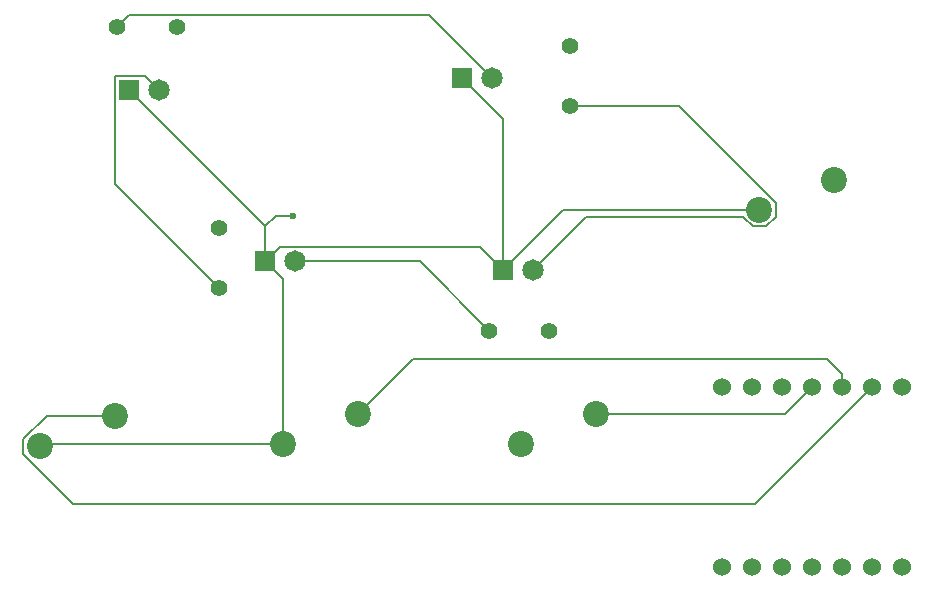
<source format=gbr>
%TF.GenerationSoftware,KiCad,Pcbnew,9.0.2*%
%TF.CreationDate,2025-07-01T20:26:33-05:00*%
%TF.ProjectId,pioneer,70696f6e-6565-4722-9e6b-696361645f70,rev?*%
%TF.SameCoordinates,Original*%
%TF.FileFunction,Copper,L2,Bot*%
%TF.FilePolarity,Positive*%
%FSLAX46Y46*%
G04 Gerber Fmt 4.6, Leading zero omitted, Abs format (unit mm)*
G04 Created by KiCad (PCBNEW 9.0.2) date 2025-07-01 20:26:33*
%MOMM*%
%LPD*%
G01*
G04 APERTURE LIST*
%TA.AperFunction,ComponentPad*%
%ADD10C,1.815000*%
%TD*%
%TA.AperFunction,ComponentPad*%
%ADD11R,1.815000X1.815000*%
%TD*%
%TA.AperFunction,ComponentPad*%
%ADD12C,2.200000*%
%TD*%
%TA.AperFunction,ComponentPad*%
%ADD13C,1.400000*%
%TD*%
%TA.AperFunction,ComponentPad*%
%ADD14C,1.524000*%
%TD*%
%TA.AperFunction,ViaPad*%
%ADD15C,0.600000*%
%TD*%
%TA.AperFunction,Conductor*%
%ADD16C,0.200000*%
%TD*%
G04 APERTURE END LIST*
D10*
%TO.P,D2,A*%
%TO.N,Net-(D2-PadA)*%
X52200428Y-100240000D03*
D11*
%TO.P,D2,C*%
%TO.N,GND*%
X49660428Y-100240000D03*
%TD*%
D12*
%TO.P,SW4,1,1*%
%TO.N,button4*%
X89190000Y-127700000D03*
%TO.P,SW4,2,2*%
%TO.N,GND*%
X82840000Y-130240000D03*
%TD*%
D13*
%TO.P,R2,1*%
%TO.N,Net-(D1-PadA)*%
X48600000Y-94870000D03*
%TO.P,R2,2*%
%TO.N,LED2*%
X53680000Y-94870000D03*
%TD*%
D10*
%TO.P,D5,A*%
%TO.N,Net-(D5-PadA)*%
X83820428Y-115470000D03*
D11*
%TO.P,D5,C*%
%TO.N,GND*%
X81280428Y-115470000D03*
%TD*%
D13*
%TO.P,R3,1*%
%TO.N,Net-(D2-PadA)*%
X57240000Y-116990000D03*
%TO.P,R3,2*%
%TO.N,LED3*%
X57240000Y-111910000D03*
%TD*%
%TO.P,R1,1*%
%TO.N,Net-(D5-PadA)*%
X86960000Y-101620000D03*
%TO.P,R1,2*%
%TO.N,LED1*%
X86960000Y-96540000D03*
%TD*%
D12*
%TO.P,SW1,1,1*%
%TO.N,button1*%
X109360000Y-107830000D03*
%TO.P,SW1,2,2*%
%TO.N,GND*%
X103010000Y-110370000D03*
%TD*%
%TO.P,SW2,1,1*%
%TO.N,button2*%
X48450000Y-127840000D03*
%TO.P,SW2,2,2*%
%TO.N,GND*%
X42100000Y-130380000D03*
%TD*%
D10*
%TO.P,D1,A*%
%TO.N,Net-(D1-PadA)*%
X80370000Y-99220000D03*
D11*
%TO.P,D1,C*%
%TO.N,GND*%
X77830000Y-99220000D03*
%TD*%
D10*
%TO.P,D3,A*%
%TO.N,Net-(D3-PadA)*%
X63730000Y-114740000D03*
D11*
%TO.P,D3,C*%
%TO.N,GND*%
X61190000Y-114740000D03*
%TD*%
D14*
%TO.P,U1,1,GPIO26/ADC0/A0*%
%TO.N,button1*%
X115090000Y-125380000D03*
%TO.P,U1,2,GPIO27/ADC1/A1*%
%TO.N,button2*%
X112550000Y-125380000D03*
%TO.P,U1,3,GPIO28/ADC2/A2*%
%TO.N,button3*%
X110010000Y-125380000D03*
%TO.P,U1,4,GPIO29/ADC3/A3*%
%TO.N,button4*%
X107470000Y-125380000D03*
%TO.P,U1,5,GPIO6/SDA*%
%TO.N,unconnected-(U1-GPIO6{slash}SDA-Pad5)*%
X104930000Y-125380000D03*
%TO.P,U1,6,GPIO7/SCL*%
%TO.N,unconnected-(U1-GPIO7{slash}SCL-Pad6)*%
X102390000Y-125380000D03*
%TO.P,U1,7,GPIO0/TX*%
%TO.N,unconnected-(U1-GPIO0{slash}TX-Pad7)*%
X99850000Y-125380000D03*
%TO.P,U1,8,GPIO1/RX*%
%TO.N,LED4*%
X99850000Y-140620000D03*
%TO.P,U1,9,GPIO2/SCK*%
%TO.N,LED3*%
X102390000Y-140620000D03*
%TO.P,U1,10,GPIO4/MISO*%
%TO.N,LED2*%
X104930000Y-140620000D03*
%TO.P,U1,11,GPIO3/MOSI*%
%TO.N,LED1*%
X107470000Y-140620000D03*
%TO.P,U1,12,3V3*%
%TO.N,unconnected-(U1-3V3-Pad12)*%
X110010000Y-140620000D03*
%TO.P,U1,13,GND*%
%TO.N,GND*%
X112550000Y-140620000D03*
%TO.P,U1,14,VBUS*%
%TO.N,unconnected-(U1-VBUS-Pad14)*%
X115090000Y-140620000D03*
%TD*%
D13*
%TO.P,R4,1*%
%TO.N,Net-(D3-PadA)*%
X80110000Y-120610000D03*
%TO.P,R4,2*%
%TO.N,LED4*%
X85190000Y-120610000D03*
%TD*%
D12*
%TO.P,SW3,1,1*%
%TO.N,button3*%
X69040000Y-127700000D03*
%TO.P,SW3,2,2*%
%TO.N,GND*%
X62690000Y-130240000D03*
%TD*%
D15*
%TO.N,GND*%
X63509000Y-110909000D03*
%TD*%
D16*
%TO.N,GND*%
X62690000Y-116240000D02*
X61190000Y-114740000D01*
X61190000Y-114740000D02*
X62398500Y-113531500D01*
X62690000Y-130240000D02*
X62690000Y-116240000D01*
X62050572Y-110909000D02*
X63509000Y-110909000D01*
X81280428Y-115470000D02*
X86380428Y-110370000D01*
X61190000Y-111769572D02*
X61190000Y-114740000D01*
X49660428Y-100240000D02*
X61190000Y-111769572D01*
X62398500Y-113531500D02*
X79341928Y-113531500D01*
X42240000Y-130240000D02*
X42100000Y-130380000D01*
X61190000Y-111769572D02*
X62050572Y-110909000D01*
X79341928Y-113531500D02*
X81280428Y-115470000D01*
X86380428Y-110370000D02*
X103010000Y-110370000D01*
X81280428Y-102670428D02*
X77830000Y-99220000D01*
X62690000Y-130240000D02*
X42240000Y-130240000D01*
X81280428Y-115470000D02*
X81280428Y-102670428D01*
%TO.N,Net-(D1-PadA)*%
X49601000Y-93869000D02*
X75019000Y-93869000D01*
X75019000Y-93869000D02*
X80370000Y-99220000D01*
X48600000Y-94870000D02*
X49601000Y-93869000D01*
%TO.N,Net-(D2-PadA)*%
X57240000Y-116990000D02*
X48451928Y-108201928D01*
X48451928Y-99031500D02*
X50991928Y-99031500D01*
X48451928Y-108201928D02*
X48451928Y-99031500D01*
X50991928Y-99031500D02*
X52200428Y-100240000D01*
%TO.N,Net-(D3-PadA)*%
X63730000Y-114740000D02*
X74240000Y-114740000D01*
X74240000Y-114740000D02*
X80110000Y-120610000D01*
%TO.N,Net-(D5-PadA)*%
X104411000Y-109789686D02*
X96241314Y-101620000D01*
X101609000Y-110950314D02*
X102429686Y-111771000D01*
X103590314Y-111771000D02*
X104411000Y-110950314D01*
X96241314Y-101620000D02*
X86960000Y-101620000D01*
X83820428Y-115470000D02*
X88340114Y-110950314D01*
X104411000Y-110950314D02*
X104411000Y-109789686D01*
X102429686Y-111771000D02*
X103590314Y-111771000D01*
X88340114Y-110950314D02*
X101609000Y-110950314D01*
%TO.N,button2*%
X44936184Y-135271000D02*
X40699000Y-131033816D01*
X40699000Y-129799686D02*
X42658686Y-127840000D01*
X112550000Y-125380000D02*
X102659000Y-135271000D01*
X102659000Y-135271000D02*
X44936184Y-135271000D01*
X42658686Y-127840000D02*
X48450000Y-127840000D01*
X40699000Y-131033816D02*
X40699000Y-129799686D01*
%TO.N,button3*%
X110010000Y-125380000D02*
X110010000Y-124302370D01*
X108735630Y-123028000D02*
X73712000Y-123028000D01*
X110010000Y-124302370D02*
X108735630Y-123028000D01*
X73712000Y-123028000D02*
X69040000Y-127700000D01*
%TO.N,button4*%
X107470000Y-125380000D02*
X105150000Y-127700000D01*
X105150000Y-127700000D02*
X89190000Y-127700000D01*
%TD*%
M02*

</source>
